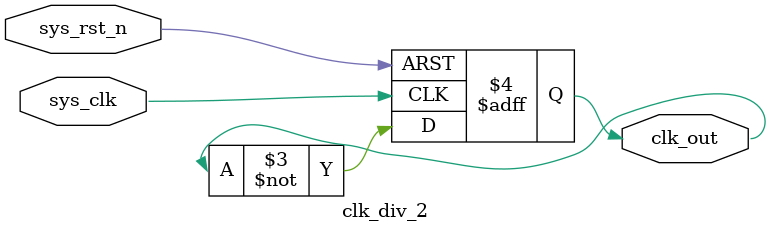
<source format=v>
module clk_div_2 (
    input sys_clk,
    input sys_rst_n,
    output reg clk_out
);

    always @(posedge sys_clk or negedge sys_rst_n) begin
        if (~sys_rst_n)
            clk_out <= 1'b0;
        else
            clk_out <= ~clk_out;
    end

endmodule
</source>
